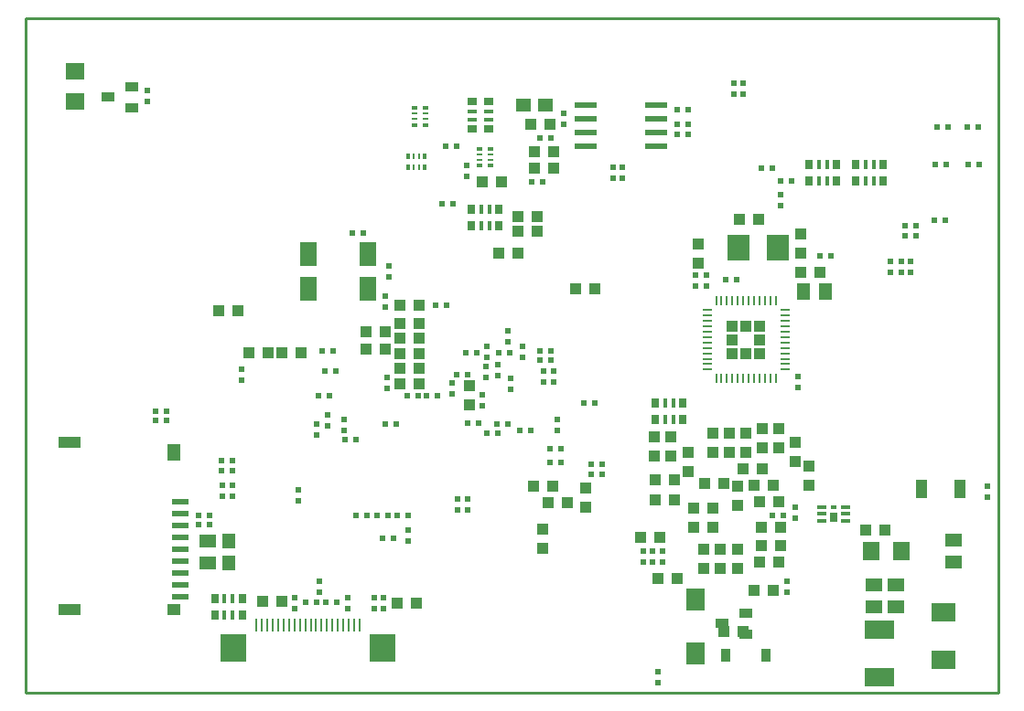
<source format=gbr>
G04 #@! TF.GenerationSoftware,KiCad,Pcbnew,no-vcs-found-ddec803~58~ubuntu14.04.1*
G04 #@! TF.CreationDate,2017-06-02T15:46:53+03:00*
G04 #@! TF.ProjectId,A64-OlinuXino_Rev_D,4136342D4F6C696E7558696E6F5F5265,D*
G04 #@! TF.FileFunction,Paste,Bot*
G04 #@! TF.FilePolarity,Positive*
%FSLAX46Y46*%
G04 Gerber Fmt 4.6, Leading zero omitted, Abs format (unit mm)*
G04 Created by KiCad (PCBNEW no-vcs-found-ddec803~58~ubuntu14.04.1) date Fri Jun  2 15:46:53 2017*
%MOMM*%
%LPD*%
G01*
G04 APERTURE LIST*
%ADD10C,0.100000*%
%ADD11C,0.254000*%
%ADD12R,2.400000X2.600000*%
%ADD13R,0.230000X1.280000*%
%ADD14R,1.000000X1.000000*%
%ADD15R,0.230000X0.880000*%
%ADD16R,0.880000X0.230000*%
%ADD17R,1.600000X2.200000*%
%ADD18R,0.711200X0.965200*%
%ADD19R,0.457200X0.965200*%
%ADD20R,0.550000X0.500000*%
%ADD21R,0.900000X0.350000*%
%ADD22R,0.800000X0.950000*%
%ADD23R,0.600000X0.350000*%
%ADD24R,0.500000X0.550000*%
%ADD25R,1.016000X1.016000*%
%ADD26R,1.524000X1.270000*%
%ADD27R,1.700000X2.000000*%
%ADD28R,0.898400X1.298400*%
%ADD29R,1.298400X0.898400*%
%ADD30R,1.800000X1.600000*%
%ADD31R,2.700000X1.800000*%
%ADD32R,1.422400X1.168400*%
%ADD33R,1.168400X1.422400*%
%ADD34R,0.965200X0.711200*%
%ADD35R,0.965200X0.457200*%
%ADD36R,1.524000X1.778000*%
%ADD37R,1.016000X1.778000*%
%ADD38R,1.270000X1.524000*%
%ADD39R,2.098400X0.498400*%
%ADD40R,2.286000X1.778000*%
%ADD41R,1.496060X0.596900*%
%ADD42R,1.297940X1.097280*%
%ADD43R,1.297940X1.496060*%
%ADD44R,2.098040X1.097280*%
%ADD45R,0.605000X0.305000*%
%ADD46R,0.605000X0.230000*%
%ADD47R,0.305000X0.605000*%
%ADD48R,0.230000X0.605000*%
%ADD49R,2.100000X2.400000*%
G04 APERTURE END LIST*
D10*
D11*
X100000000Y-37500000D02*
X100000000Y-100000000D01*
X190000000Y-37500000D02*
X100000000Y-37500000D01*
X190000000Y-100000000D02*
X190000000Y-37500000D01*
X100000000Y-100000000D02*
X190000000Y-100000000D01*
D12*
X133011000Y-95870000D03*
X119211000Y-95870000D03*
D13*
X130861000Y-93770000D03*
X130361000Y-93770000D03*
X129861000Y-93770000D03*
X129361000Y-93770000D03*
X128861000Y-93770000D03*
X128361000Y-93770000D03*
X127861000Y-93770000D03*
X127361000Y-93770000D03*
X126861000Y-93770000D03*
X126361000Y-93770000D03*
X125861000Y-93770000D03*
X125361000Y-93770000D03*
X124861000Y-93770000D03*
X124361000Y-93770000D03*
X123861000Y-93770000D03*
X123361000Y-93770000D03*
X122861000Y-93770000D03*
X122361000Y-93770000D03*
X121861000Y-93770000D03*
X121361000Y-93770000D03*
D14*
X165328600Y-66014600D03*
D15*
X169374000Y-63710000D03*
X168874000Y-63710000D03*
X168374000Y-63710000D03*
X167874000Y-63710000D03*
X167374000Y-63710000D03*
X166874000Y-63710000D03*
X166374000Y-63710000D03*
X165874000Y-63710000D03*
X165374000Y-63710000D03*
X164874000Y-63710000D03*
X164374000Y-63710000D03*
X163874000Y-63710000D03*
D16*
X163024000Y-64560000D03*
X163024000Y-65060000D03*
X163024000Y-65560000D03*
X163024000Y-66060000D03*
X163024000Y-66560000D03*
X163024000Y-67060000D03*
X163024000Y-67560000D03*
X163024000Y-68060000D03*
X163024000Y-68560000D03*
X163024000Y-69060000D03*
X163024000Y-69560000D03*
X163024000Y-70060000D03*
D15*
X163874000Y-70910000D03*
X164374000Y-70910000D03*
X164874000Y-70910000D03*
X165374000Y-70910000D03*
X165874000Y-70910000D03*
X166374000Y-70910000D03*
X166874000Y-70910000D03*
X167374000Y-70910000D03*
X167874000Y-70910000D03*
X168374000Y-70910000D03*
X168874000Y-70910000D03*
X169374000Y-70910000D03*
D16*
X170224000Y-70060000D03*
X170224000Y-69560000D03*
X170224000Y-69060000D03*
X170224000Y-68560000D03*
X170224000Y-68060000D03*
X170224000Y-67560000D03*
X170224000Y-67060000D03*
X170224000Y-66560000D03*
X170224000Y-66060000D03*
X170224000Y-65560000D03*
X170224000Y-65060000D03*
X170224000Y-64560000D03*
D14*
X165328600Y-67310000D03*
X165328600Y-68605400D03*
X166624000Y-68605400D03*
X167919400Y-68605400D03*
X167919400Y-67310000D03*
X166624000Y-66014600D03*
X167919400Y-66014600D03*
D17*
X126155000Y-59360000D03*
X126155000Y-62560000D03*
X131655000Y-62560000D03*
X131655000Y-59360000D03*
D18*
X179324000Y-51054000D03*
X179324000Y-52578000D03*
X176784000Y-51054000D03*
X176784000Y-52578000D03*
D19*
X178435000Y-51054000D03*
X177673000Y-51054000D03*
X178435000Y-52578000D03*
X177673000Y-52578000D03*
D20*
X133604000Y-60452000D03*
X133604000Y-61468000D03*
X111252000Y-44196000D03*
X111252000Y-45212000D03*
D21*
X173652000Y-84089000D03*
X173652000Y-83439000D03*
X173652000Y-82789000D03*
X175852000Y-82789000D03*
X175852000Y-83439000D03*
X175852000Y-84089000D03*
D22*
X174752000Y-83789000D03*
D23*
X174752000Y-82789000D03*
D18*
X143764000Y-55245000D03*
X143764000Y-56769000D03*
X141224000Y-55245000D03*
X141224000Y-56769000D03*
D19*
X142875000Y-55245000D03*
X142113000Y-55245000D03*
X142875000Y-56769000D03*
X142113000Y-56769000D03*
D20*
X135400000Y-84892000D03*
X135400000Y-85908000D03*
D24*
X135382000Y-83566000D03*
X134366000Y-83566000D03*
X133477000Y-83566000D03*
X132461000Y-83566000D03*
X131572000Y-83566000D03*
X130556000Y-83566000D03*
D25*
X134366000Y-91694000D03*
X136144000Y-91694000D03*
D20*
X129800000Y-91192000D03*
X129800000Y-92208000D03*
X124900000Y-91192000D03*
X124900000Y-92208000D03*
X125200000Y-82208000D03*
X125200000Y-81192000D03*
X129413000Y-75692000D03*
X129413000Y-74676000D03*
D25*
X123711000Y-68500000D03*
X125489000Y-68500000D03*
D20*
X119100000Y-81808000D03*
X119100000Y-80792000D03*
D24*
X132992000Y-85700000D03*
X134008000Y-85700000D03*
D20*
X133096000Y-91186000D03*
X133096000Y-92202000D03*
X132207000Y-91186000D03*
X132207000Y-92202000D03*
X133400000Y-70792000D03*
X133400000Y-71808000D03*
D25*
X123689000Y-91500000D03*
X121911000Y-91500000D03*
D24*
X143592000Y-75100000D03*
X144608000Y-75100000D03*
X145692000Y-75700000D03*
X146708000Y-75700000D03*
X130556000Y-76581000D03*
X129540000Y-76581000D03*
X127692000Y-70200000D03*
X128708000Y-70200000D03*
D25*
X133223000Y-68199000D03*
X131445000Y-68199000D03*
D24*
X141908000Y-75000000D03*
X140892000Y-75000000D03*
X119108000Y-78500000D03*
X118092000Y-78500000D03*
D20*
X127200000Y-89692000D03*
X127200000Y-90708000D03*
D24*
X127392000Y-68300000D03*
X128408000Y-68300000D03*
D25*
X122389000Y-68500000D03*
X120611000Y-68500000D03*
X147828000Y-86614000D03*
X147828000Y-84836000D03*
D20*
X127900000Y-74292000D03*
X127900000Y-75308000D03*
D24*
X143708000Y-76000000D03*
X142692000Y-76000000D03*
X133292000Y-75100000D03*
X134308000Y-75100000D03*
D20*
X126900000Y-76108000D03*
X126900000Y-75092000D03*
D24*
X148608000Y-69200000D03*
X147592000Y-69200000D03*
X138492000Y-54700000D03*
X139508000Y-54700000D03*
D25*
X144018000Y-52705000D03*
X142240000Y-52705000D03*
D24*
X148590000Y-48641000D03*
X147574000Y-48641000D03*
D25*
X148844000Y-49911000D03*
X147066000Y-49911000D03*
X146685000Y-47371000D03*
X148463000Y-47371000D03*
X147066000Y-51435000D03*
X148844000Y-51435000D03*
D24*
X146812000Y-52705000D03*
X147828000Y-52705000D03*
X140908000Y-70500000D03*
X139892000Y-70500000D03*
D20*
X139425000Y-71317000D03*
X139425000Y-72333000D03*
D24*
X138108000Y-72500000D03*
X137092000Y-72500000D03*
D25*
X136398000Y-69977000D03*
X134620000Y-69977000D03*
X134620000Y-65786000D03*
X136398000Y-65786000D03*
X136398000Y-68580000D03*
X134620000Y-68580000D03*
X134620000Y-67183000D03*
X136398000Y-67183000D03*
X134620000Y-71374000D03*
X136398000Y-71374000D03*
X141050000Y-71586000D03*
X141050000Y-73364000D03*
D26*
X116840000Y-85979000D03*
X116840000Y-88011000D03*
D20*
X179959000Y-61087000D03*
X179959000Y-60071000D03*
X144625000Y-66442000D03*
X144625000Y-67458000D03*
D24*
X143792000Y-68500000D03*
X144808000Y-68500000D03*
D20*
X147900000Y-70192000D03*
X147900000Y-71208000D03*
X142700000Y-68908000D03*
X142700000Y-67892000D03*
D24*
X148608000Y-68300000D03*
X147592000Y-68300000D03*
D20*
X148800000Y-71208000D03*
X148800000Y-70192000D03*
D25*
X145542000Y-59309000D03*
X143764000Y-59309000D03*
D20*
X142600000Y-70808000D03*
X142600000Y-69792000D03*
D26*
X180467000Y-90043000D03*
X180467000Y-92075000D03*
X178435000Y-90043000D03*
X178435000Y-92075000D03*
D25*
X147320000Y-55880000D03*
X145542000Y-55880000D03*
X169799000Y-84709000D03*
X168021000Y-84709000D03*
D24*
X148492000Y-77400000D03*
X149508000Y-77400000D03*
D25*
X158242000Y-80264000D03*
X160020000Y-80264000D03*
X163576000Y-82931000D03*
X161798000Y-82931000D03*
D24*
X153289000Y-79756000D03*
X152273000Y-79756000D03*
D25*
X169799000Y-86360000D03*
X168021000Y-86360000D03*
D24*
X153289000Y-78867000D03*
X152273000Y-78867000D03*
D20*
X149200000Y-74692000D03*
X149200000Y-75708000D03*
D25*
X165862000Y-86741000D03*
X165862000Y-88519000D03*
D24*
X148492000Y-78700000D03*
X149508000Y-78700000D03*
D25*
X177673000Y-84963000D03*
X179451000Y-84963000D03*
X151765000Y-82804000D03*
X151765000Y-81026000D03*
X146939000Y-80899000D03*
X148717000Y-80899000D03*
X164211000Y-86741000D03*
X164211000Y-88519000D03*
X172466000Y-80772000D03*
X172466000Y-78994000D03*
X148336000Y-82423000D03*
X150114000Y-82423000D03*
X162687000Y-88519000D03*
X162687000Y-86741000D03*
X160274000Y-89408000D03*
X158496000Y-89408000D03*
X169164000Y-90551000D03*
X167386000Y-90551000D03*
X166624000Y-75946000D03*
X166624000Y-77724000D03*
D20*
X142200000Y-73408000D03*
X142200000Y-72392000D03*
D24*
X184277000Y-47625000D03*
X185293000Y-47625000D03*
D25*
X165862000Y-82677000D03*
X165862000Y-80899000D03*
D20*
X144900000Y-71908000D03*
X144900000Y-70892000D03*
D25*
X158242000Y-82169000D03*
X160020000Y-82169000D03*
X158115000Y-78105000D03*
X158115000Y-76327000D03*
X164592000Y-80645000D03*
X162814000Y-80645000D03*
X161290000Y-77724000D03*
X161290000Y-79502000D03*
X163576000Y-75946000D03*
X163576000Y-77724000D03*
X165100000Y-75946000D03*
X165100000Y-77724000D03*
X166370000Y-79248000D03*
X168148000Y-79248000D03*
X159639000Y-78105000D03*
X159639000Y-76327000D03*
X167386000Y-80772000D03*
X169164000Y-80772000D03*
X161798000Y-84709000D03*
X163576000Y-84709000D03*
X158623000Y-85598000D03*
X156845000Y-85598000D03*
X171196000Y-76835000D03*
X171196000Y-78613000D03*
X167894000Y-82296000D03*
X169672000Y-82296000D03*
D24*
X184150000Y-51054000D03*
X185166000Y-51054000D03*
D25*
X169672000Y-75565000D03*
X169672000Y-77343000D03*
X168148000Y-75565000D03*
X168148000Y-77343000D03*
D26*
X185801000Y-85852000D03*
X185801000Y-87884000D03*
D25*
X167894000Y-87884000D03*
X169672000Y-87884000D03*
D24*
X131191000Y-57404000D03*
X130175000Y-57404000D03*
D20*
X133223000Y-64262000D03*
X133223000Y-63246000D03*
D25*
X147320000Y-57277000D03*
X145542000Y-57277000D03*
D24*
X140692000Y-68500000D03*
X141708000Y-68500000D03*
D25*
X119634000Y-64643000D03*
X117856000Y-64643000D03*
D20*
X146000000Y-67892000D03*
X146000000Y-68908000D03*
D25*
X134620000Y-64135000D03*
X136398000Y-64135000D03*
X150876000Y-62611000D03*
X152654000Y-62611000D03*
D27*
X161925000Y-96353000D03*
X161925000Y-91353000D03*
D28*
X168524000Y-96520000D03*
X164724000Y-96520000D03*
D29*
X107609640Y-44828460D03*
X109819440Y-45783500D03*
X109819440Y-43881040D03*
X164378640Y-93596460D03*
X166588440Y-94551500D03*
X166588440Y-92649040D03*
D30*
X104521000Y-45215000D03*
X104521000Y-42415000D03*
D31*
X178943000Y-94193000D03*
X178943000Y-98593000D03*
D32*
X146050000Y-45593000D03*
X148082000Y-45593000D03*
D33*
X118745000Y-85979000D03*
X118745000Y-88011000D03*
D24*
X127092000Y-72500000D03*
X128108000Y-72500000D03*
D20*
X140843000Y-83058000D03*
X140843000Y-82042000D03*
X139954000Y-83058000D03*
X139954000Y-82042000D03*
D24*
X169037000Y-51435000D03*
X168021000Y-51435000D03*
D20*
X169799000Y-54864000D03*
X169799000Y-53848000D03*
D24*
X138938000Y-64135000D03*
X137922000Y-64135000D03*
X151638000Y-73152000D03*
X152654000Y-73152000D03*
D34*
X141338000Y-45230000D03*
X142862000Y-45230000D03*
X141338000Y-47770000D03*
X142862000Y-47770000D03*
D35*
X141338000Y-46119000D03*
X141338000Y-46881000D03*
X142862000Y-46119000D03*
X142862000Y-46881000D03*
D18*
X120015000Y-91313000D03*
X120015000Y-92837000D03*
X117475000Y-91313000D03*
X117475000Y-92837000D03*
D19*
X119126000Y-91313000D03*
X118364000Y-91313000D03*
X119126000Y-92837000D03*
X118364000Y-92837000D03*
D18*
X175006000Y-51054000D03*
X175006000Y-52578000D03*
X172466000Y-51054000D03*
X172466000Y-52578000D03*
D19*
X174117000Y-51054000D03*
X173355000Y-51054000D03*
X174117000Y-52578000D03*
X173355000Y-52578000D03*
D24*
X184023000Y-56261000D03*
X185039000Y-56261000D03*
D20*
X181864000Y-60071000D03*
X181864000Y-61087000D03*
D24*
X174498000Y-59563000D03*
X173482000Y-59563000D03*
D20*
X180975000Y-61087000D03*
X180975000Y-60071000D03*
D24*
X169799000Y-52578000D03*
X170815000Y-52578000D03*
D20*
X143700000Y-69592000D03*
X143700000Y-70608000D03*
X170434000Y-89662000D03*
X170434000Y-90678000D03*
X171196000Y-82804000D03*
X171196000Y-83820000D03*
D36*
X178181000Y-86868000D03*
X180975000Y-86868000D03*
D24*
X170053000Y-83566000D03*
X169037000Y-83566000D03*
D20*
X157099000Y-87884000D03*
X157099000Y-86868000D03*
X157988000Y-87884000D03*
X157988000Y-86868000D03*
D24*
X188087000Y-47625000D03*
X187071000Y-47625000D03*
D20*
X158877000Y-86868000D03*
X158877000Y-87884000D03*
D24*
X188214000Y-51054000D03*
X187198000Y-51054000D03*
D20*
X158496000Y-98044000D03*
X158496000Y-99060000D03*
D24*
X115951000Y-83566000D03*
X116967000Y-83566000D03*
X115951000Y-84455000D03*
X116967000Y-84455000D03*
D20*
X154305000Y-52324000D03*
X154305000Y-51308000D03*
D24*
X138811000Y-49403000D03*
X139827000Y-49403000D03*
D20*
X140800000Y-51192000D03*
X140800000Y-52208000D03*
D24*
X135255000Y-72517000D03*
X136271000Y-72517000D03*
D20*
X120000000Y-71008000D03*
X120000000Y-69992000D03*
X118200000Y-80792000D03*
X118200000Y-81808000D03*
D24*
X118092000Y-79400000D03*
X119108000Y-79400000D03*
X128808000Y-91600000D03*
X127792000Y-91600000D03*
X125892000Y-91600000D03*
X126908000Y-91600000D03*
X181356000Y-56769000D03*
X182372000Y-56769000D03*
X181356000Y-57658000D03*
X182372000Y-57658000D03*
D25*
X131445000Y-66548000D03*
X133223000Y-66548000D03*
D37*
X186436000Y-81153000D03*
X182880000Y-81153000D03*
D38*
X171958000Y-62865000D03*
X173990000Y-62865000D03*
D25*
X162179000Y-58420000D03*
X162179000Y-60198000D03*
X171704000Y-57531000D03*
X171704000Y-59309000D03*
X167767000Y-56134000D03*
X165989000Y-56134000D03*
D24*
X161925000Y-61341000D03*
X162941000Y-61341000D03*
X164719000Y-61722000D03*
X165735000Y-61722000D03*
D20*
X188976000Y-80899000D03*
X188976000Y-81915000D03*
D25*
X171704000Y-61087000D03*
X173482000Y-61087000D03*
D18*
X158242000Y-74676000D03*
X158242000Y-73152000D03*
X160782000Y-74676000D03*
X160782000Y-73152000D03*
D19*
X159131000Y-74676000D03*
X159893000Y-74676000D03*
X159131000Y-73152000D03*
X159893000Y-73152000D03*
D24*
X161925000Y-62357000D03*
X162941000Y-62357000D03*
D20*
X171450000Y-71755000D03*
X171450000Y-70739000D03*
X149733000Y-47371000D03*
X149733000Y-46355000D03*
D24*
X160274000Y-45974000D03*
X161290000Y-45974000D03*
X160274000Y-48260000D03*
X161290000Y-48260000D03*
X160274000Y-47371000D03*
X161290000Y-47371000D03*
D20*
X155194000Y-51308000D03*
X155194000Y-52324000D03*
D39*
X158302000Y-45593000D03*
X158302000Y-46863000D03*
X158302000Y-48133000D03*
X158302000Y-49403000D03*
X151832000Y-49403000D03*
X151832000Y-48133000D03*
X151832000Y-46863000D03*
X151832000Y-45593000D03*
D40*
X184912000Y-92565000D03*
X184912000Y-96919000D03*
D41*
X114307620Y-82334100D03*
X114307620Y-83433920D03*
X114307620Y-84533740D03*
X114307620Y-85631020D03*
X114307620Y-86730840D03*
X114307620Y-87830660D03*
X114307620Y-88930480D03*
X114307620Y-90030300D03*
X114307620Y-91130120D03*
D42*
X113682780Y-92331540D03*
D43*
X113682780Y-77734160D03*
D44*
X104084120Y-92331540D03*
X104084120Y-76832460D03*
D24*
X112014000Y-73914000D03*
X113030000Y-73914000D03*
X112014000Y-74803000D03*
X113030000Y-74803000D03*
D20*
X166370000Y-43561000D03*
X166370000Y-44577000D03*
X165481000Y-43561000D03*
X165481000Y-44577000D03*
D25*
X164592000Y-94361000D03*
X166370000Y-94361000D03*
D45*
X135987500Y-47390000D03*
X137012500Y-47390000D03*
D46*
X135987500Y-46850000D03*
X137012500Y-46850000D03*
X135987500Y-46350000D03*
X137012500Y-46350000D03*
D45*
X135987500Y-45810000D03*
X137012500Y-45810000D03*
D47*
X135354000Y-50287500D03*
X135354000Y-51312500D03*
D48*
X135894000Y-50287500D03*
X135894000Y-51312500D03*
X136394000Y-50287500D03*
X136394000Y-51312500D03*
D47*
X136934000Y-50287500D03*
X136934000Y-51312500D03*
D45*
X143012500Y-49610000D03*
X141987500Y-49610000D03*
D46*
X143012500Y-50150000D03*
X141987500Y-50150000D03*
X143012500Y-50650000D03*
X141987500Y-50650000D03*
D45*
X143012500Y-51190000D03*
X141987500Y-51190000D03*
D49*
X169617000Y-58801000D03*
X165917000Y-58801000D03*
M02*

</source>
